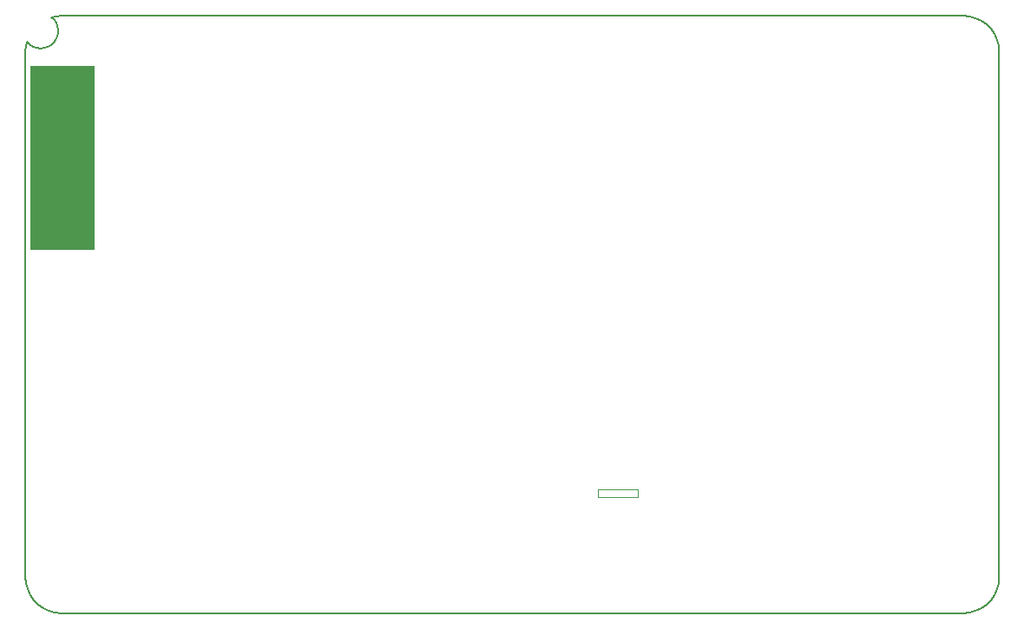
<source format=gko>
G04*
G04 #@! TF.GenerationSoftware,Altium Limited,Altium Designer,21.1.1 (26)*
G04*
G04 Layer_Color=16711935*
%FSLAX44Y44*%
%MOMM*%
G71*
G04*
G04 #@! TF.SameCoordinates,E069ABF9-E8C7-48A9-8C9A-FF8294D84A43*
G04*
G04*
G04 #@! TF.FilePolarity,Positive*
G04*
G01*
G75*
%ADD11C,0.2000*%
%ADD168C,0.1000*%
%ADD171R,6.3000X18.0000*%
D11*
X1047770Y119420D02*
Y637420D01*
X1047238Y113342D02*
X1047770Y119420D01*
X1045660Y107449D02*
X1047238Y113342D01*
X1043081Y101920D02*
X1045660Y107449D01*
X1039582Y96922D02*
X1043081Y101920D01*
X1035268Y92608D02*
X1039582Y96922D01*
X1030270Y89109D02*
X1035268Y92608D01*
X1024741Y86531D02*
X1030270Y89109D01*
X1018848Y84952D02*
X1024741Y86531D01*
X1012770Y84420D02*
X1018848Y84952D01*
X132770Y84420D02*
X1012770D01*
X126693Y84952D02*
X132770Y84420D01*
X120799Y86531D02*
X126693Y84952D01*
X115270Y89109D02*
X120799Y86531D01*
X110273Y92608D02*
X115270Y89109D01*
X105959Y96922D02*
X110273Y92608D01*
X102459Y101920D02*
X105959Y96922D01*
X99881Y107449D02*
X102459Y101920D01*
X98302Y113342D02*
X99881Y107449D01*
X97770Y119420D02*
X98302Y113342D01*
X97770Y119420D02*
Y632420D01*
X99170Y642220D01*
X101877Y639368D01*
X105168Y637215D01*
X108864Y635875D01*
X112770Y635420D01*
X116284Y635787D01*
X119645Y636872D01*
X122710Y638629D01*
X125346Y640981D01*
X127438Y643827D01*
X128898Y647044D01*
X129661Y650493D01*
X129694Y654026D01*
X128997Y657489D02*
X129694Y654026D01*
X127599Y660733D02*
X128997Y657489D01*
X125561Y663618D02*
X127599Y660733D01*
X122970Y666020D02*
X125561Y663618D01*
X122970Y666020D02*
X132770Y667420D01*
X1012770D01*
X1018982Y666864D01*
X1024997Y665215D01*
X1030623Y662524D01*
X1035683Y658877D01*
X1040015Y654391D01*
X1043482Y649206D01*
X1045974Y643489D01*
X1047411Y637420D01*
X1047770D01*
D168*
X656140Y197190D02*
X695140D01*
Y204810D01*
X656140Y197190D02*
Y204810D01*
X695140D01*
D171*
X134330Y528160D02*
D03*
D03*
M02*

</source>
